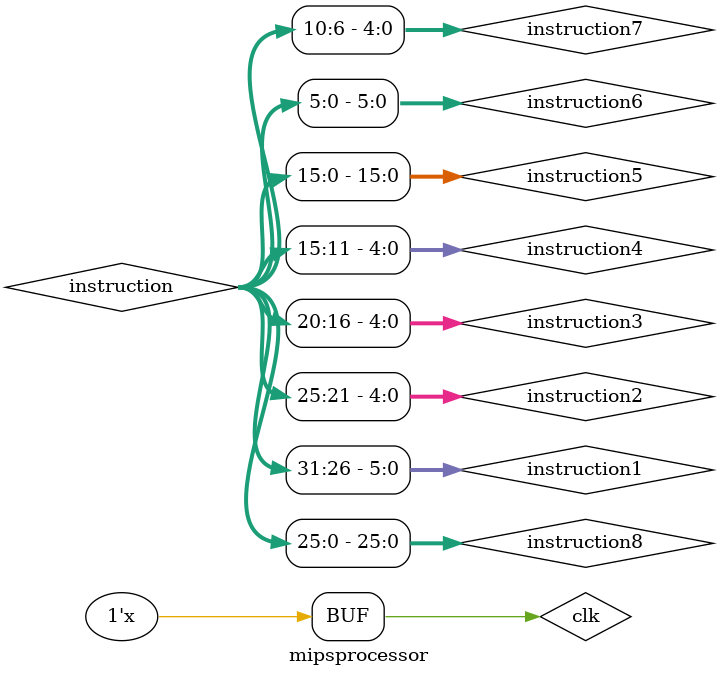
<source format=v>
module mipsprocessor();
	wire [31:0] a ;
	wire [31:0] b ;	
	wire [31:0] instruction ;
	wire [5:0] instruction1 ;
	wire [4:0] instruction2 ;
	wire [4:0] instruction3 ;
	wire [4:0] instruction4 ;
        wire [15:0] instruction5 ;
	wire [5:0] instruction6 ;
	wire [4:0] instruction7 ;
	wire [25:0] instruction8 ;
	wire alusrc,regwrite,memread,memwrite,br,aluop0,aluop1,j;
	wire [1:0] regdst ;
	wire [1:0] memtoreg;
	wire [31:0] read_data1 ; 
	wire [31:0] read_data2 ; 
	wire [31:0] write_data;
	
	wire [4:0] mux1out ; 		   
	wire [31:0] signextention_out ; 
	wire [31:0] secondoperand ;	
	wire [3:0] alucontrolinput;
	wire [1:0] aluop ;
	wire [31:0] alu_result ;
	wire  zero_signal ;	
	wire [31:0] read_data ;
	wire [31:0] pc_4 ;
	wire [27:0] shifted_jump ;
	wire memtoreg0,memtoreg1 ; 
	wire [31:0] jump_address ;
	wire [31:0] alu2_secondoperand ;
	wire [31:0] fulladderout;
	wire andout ;
	wire [31:0] firstmux_secondalu_out ;
	wire [31 :0] secondmux_secondalu_out ;
	wire [31:0] thirdmux_secondalu_out ;
	wire jumpReg ;
	
	wire reset ;
        reg clk ; 
	parameter jal_reg_address =5'b11111 ;
        parameter zero =0 ; 
        parameter zero5bit =5'b00000;
        parameter zero1bit =1'b0;
	assign jump_address = {{pc_4[31:28]},shifted_jump} ;
	
	pc programcounter ( a,thirdmux_secondalu_out ,clk,reset);	
	//instr_memory im (a,instruction ,clk); 
        instruction_memory im (a,instruction ,clk);						
	assign instruction1=instruction[31:26];  
	assign instruction2=instruction[25:21];
	assign instruction3=instruction[20:16];
	assign instruction4=instruction[15:11];
	assign instruction5=instruction[15:0];
	assign instruction6=instruction[5:0];
	assign instruction7=instruction[10:6];
	assign instruction8=instruction[25:0];
	assign memtoreg0=memtoreg[0];
	assign memtoreg1=memtoreg[1];
	
	assign aluop = {aluop1,aluop0} ;
	controlunit cu (instruction1,regdst,alusrc,memtoreg,regwrite,memread,memwrite,br,aluop0,aluop1,j);
	
	Mux5bit mux_regdst(instruction3 , instruction4 , jal_reg_address, zero5bit ,regdst[0] , regdst[1] , mux1out ) ;
	
	//second error!
	RegisterFile regfile ( regwrite , instruction2 , instruction3 , read_data1 , read_data2 ,mux1out ,write_data ,clk );
	
	mux_21 mux_alu ( read_data2 ,signextention_out	, alusrc , secondoperand );
	
	signExtention se ( instruction5 ,  signextention_out ) ; 
	
	ALUControlUnit alucontrol ( alucontrolinput ,jumpReg ,aluop , instruction6);
	
	ALU alu ( alu_result , zero_signal , instruction7 , alucontrolinput ,read_data1 , secondoperand);
	
	Datamemory datamemory ( clk , alu_result , read_data2 , read_data , memread , memwrite ) ;
	
	mux_41 mux_datamemory( alu_result , read_data ,	pc_4 , zero , memtoreg0,memtoreg1,write_data);
	
	adder adder_pc (a , pc_4 ); 
	
	shiftby26 shiftingby2 ( shifted_jump ,instruction8 ); 
	
	shiftby2 shifting_constant_by2 ( alu2_secondoperand , signextention_out );
	
	adder32bit fulladder (fulladderout,n ,pc_4,signextention_out ,zero1bit ) ;
	and and_branch ( andout , br , zero_signal ) ;
	mux_21 firstmux_secondalu (pc_4 ,fulladderout , andout ,firstmux_secondalu_out );
	mux_21 secondmux_secondalu ( firstmux_secondalu_out , jump_address , j ,secondmux_secondalu_out);
	mux_21 thirdmux_secondalu ( secondmux_secondalu_out , read_data1 ,jumpReg ,thirdmux_secondalu_out );
initial begin
clk=0 ;

end 
always begin 
          #5 clk=~clk ; 
end
	endmodule 

	
	
	
	
	
	
	
	
	
	
	
	
	
	

	
	
	
	
	
	
	
	
	
	
	
	
	
	
</source>
